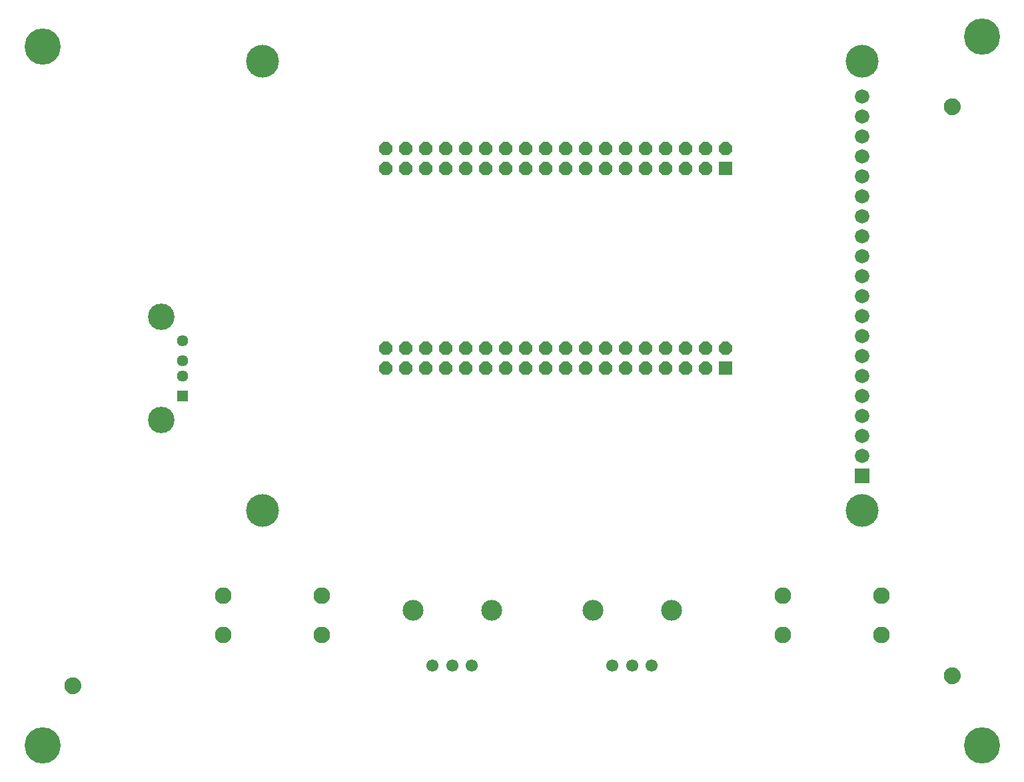
<source format=gbr>
G04 EAGLE Gerber RS-274X export*
G75*
%MOMM*%
%FSLAX34Y34*%
%LPD*%
%INSoldermask Bottom*%
%IPPOS*%
%AMOC8*
5,1,8,0,0,1.08239X$1,22.5*%
G01*
%ADD10R,1.676400X1.676400*%
%ADD11P,1.814519X8X202.500000*%
%ADD12R,1.828800X1.828800*%
%ADD13C,1.828800*%
%ADD14C,4.168400*%
%ADD15R,1.440400X1.440400*%
%ADD16C,1.440400*%
%ADD17C,3.372400*%
%ADD18C,4.597400*%
%ADD19C,0.609600*%
%ADD20C,1.168400*%
%ADD21C,1.552400*%
%ADD22C,2.652400*%
%ADD23C,2.112400*%


D10*
X906100Y517900D03*
D11*
X906100Y543300D03*
X880700Y517900D03*
X880700Y543300D03*
X855300Y517900D03*
X855300Y543300D03*
X829900Y517900D03*
X829900Y543300D03*
X804500Y517900D03*
X804500Y543300D03*
X779100Y517900D03*
X779100Y543300D03*
X753700Y517900D03*
X753700Y543300D03*
X728300Y517900D03*
X728300Y543300D03*
X702900Y517900D03*
X702900Y543300D03*
X677500Y517900D03*
X677500Y543300D03*
X652100Y517900D03*
X652100Y543300D03*
X626700Y517900D03*
X626700Y543300D03*
X601300Y517900D03*
X601300Y543300D03*
X575900Y517900D03*
X575900Y543300D03*
X550500Y517900D03*
X550500Y543300D03*
X525100Y517900D03*
X525100Y543300D03*
X499700Y517900D03*
X499700Y543300D03*
X474300Y517900D03*
X474300Y543300D03*
D10*
X906100Y771900D03*
D11*
X906100Y797300D03*
X880700Y771900D03*
X880700Y797300D03*
X855300Y771900D03*
X855300Y797300D03*
X829900Y771900D03*
X829900Y797300D03*
X804500Y771900D03*
X804500Y797300D03*
X779100Y771900D03*
X779100Y797300D03*
X753700Y771900D03*
X753700Y797300D03*
X728300Y771900D03*
X728300Y797300D03*
X702900Y771900D03*
X702900Y797300D03*
X677500Y771900D03*
X677500Y797300D03*
X652100Y771900D03*
X652100Y797300D03*
X626700Y771900D03*
X626700Y797300D03*
X601300Y771900D03*
X601300Y797300D03*
X575900Y771900D03*
X575900Y797300D03*
X550500Y771900D03*
X550500Y797300D03*
X525100Y771900D03*
X525100Y797300D03*
X499700Y771900D03*
X499700Y797300D03*
X474300Y771900D03*
X474300Y797300D03*
D12*
X1079500Y381000D03*
D13*
X1079500Y406400D03*
X1079500Y431800D03*
X1079500Y457200D03*
X1079500Y482600D03*
X1079500Y508000D03*
X1079500Y533400D03*
X1079500Y558800D03*
X1079500Y584200D03*
X1079500Y609600D03*
X1079500Y635000D03*
X1079500Y660400D03*
X1079500Y685800D03*
X1079500Y711200D03*
X1079500Y736600D03*
X1079500Y762000D03*
X1079500Y787400D03*
X1079500Y812800D03*
X1079500Y838200D03*
X1079500Y863600D03*
D14*
X1079500Y336550D03*
X1079500Y908050D03*
X317500Y336550D03*
X317500Y908050D03*
D15*
X215900Y482600D03*
D16*
X215900Y507600D03*
X215900Y527600D03*
X215900Y552600D03*
D17*
X188800Y451900D03*
X188800Y583300D03*
D18*
X38100Y927100D03*
X38100Y38100D03*
X1231900Y939800D03*
X1231900Y38100D03*
D19*
X1186180Y127000D02*
X1186182Y127187D01*
X1186189Y127374D01*
X1186201Y127561D01*
X1186217Y127747D01*
X1186237Y127933D01*
X1186262Y128118D01*
X1186292Y128303D01*
X1186326Y128487D01*
X1186365Y128670D01*
X1186408Y128852D01*
X1186456Y129032D01*
X1186508Y129212D01*
X1186565Y129390D01*
X1186625Y129567D01*
X1186691Y129742D01*
X1186760Y129916D01*
X1186834Y130088D01*
X1186912Y130258D01*
X1186994Y130426D01*
X1187080Y130592D01*
X1187170Y130756D01*
X1187264Y130917D01*
X1187362Y131077D01*
X1187464Y131233D01*
X1187570Y131388D01*
X1187680Y131539D01*
X1187793Y131688D01*
X1187910Y131834D01*
X1188030Y131977D01*
X1188154Y132117D01*
X1188281Y132254D01*
X1188412Y132388D01*
X1188546Y132519D01*
X1188683Y132646D01*
X1188823Y132770D01*
X1188966Y132890D01*
X1189112Y133007D01*
X1189261Y133120D01*
X1189412Y133230D01*
X1189567Y133336D01*
X1189723Y133438D01*
X1189883Y133536D01*
X1190044Y133630D01*
X1190208Y133720D01*
X1190374Y133806D01*
X1190542Y133888D01*
X1190712Y133966D01*
X1190884Y134040D01*
X1191058Y134109D01*
X1191233Y134175D01*
X1191410Y134235D01*
X1191588Y134292D01*
X1191768Y134344D01*
X1191948Y134392D01*
X1192130Y134435D01*
X1192313Y134474D01*
X1192497Y134508D01*
X1192682Y134538D01*
X1192867Y134563D01*
X1193053Y134583D01*
X1193239Y134599D01*
X1193426Y134611D01*
X1193613Y134618D01*
X1193800Y134620D01*
X1193987Y134618D01*
X1194174Y134611D01*
X1194361Y134599D01*
X1194547Y134583D01*
X1194733Y134563D01*
X1194918Y134538D01*
X1195103Y134508D01*
X1195287Y134474D01*
X1195470Y134435D01*
X1195652Y134392D01*
X1195832Y134344D01*
X1196012Y134292D01*
X1196190Y134235D01*
X1196367Y134175D01*
X1196542Y134109D01*
X1196716Y134040D01*
X1196888Y133966D01*
X1197058Y133888D01*
X1197226Y133806D01*
X1197392Y133720D01*
X1197556Y133630D01*
X1197717Y133536D01*
X1197877Y133438D01*
X1198033Y133336D01*
X1198188Y133230D01*
X1198339Y133120D01*
X1198488Y133007D01*
X1198634Y132890D01*
X1198777Y132770D01*
X1198917Y132646D01*
X1199054Y132519D01*
X1199188Y132388D01*
X1199319Y132254D01*
X1199446Y132117D01*
X1199570Y131977D01*
X1199690Y131834D01*
X1199807Y131688D01*
X1199920Y131539D01*
X1200030Y131388D01*
X1200136Y131233D01*
X1200238Y131077D01*
X1200336Y130917D01*
X1200430Y130756D01*
X1200520Y130592D01*
X1200606Y130426D01*
X1200688Y130258D01*
X1200766Y130088D01*
X1200840Y129916D01*
X1200909Y129742D01*
X1200975Y129567D01*
X1201035Y129390D01*
X1201092Y129212D01*
X1201144Y129032D01*
X1201192Y128852D01*
X1201235Y128670D01*
X1201274Y128487D01*
X1201308Y128303D01*
X1201338Y128118D01*
X1201363Y127933D01*
X1201383Y127747D01*
X1201399Y127561D01*
X1201411Y127374D01*
X1201418Y127187D01*
X1201420Y127000D01*
X1201418Y126813D01*
X1201411Y126626D01*
X1201399Y126439D01*
X1201383Y126253D01*
X1201363Y126067D01*
X1201338Y125882D01*
X1201308Y125697D01*
X1201274Y125513D01*
X1201235Y125330D01*
X1201192Y125148D01*
X1201144Y124968D01*
X1201092Y124788D01*
X1201035Y124610D01*
X1200975Y124433D01*
X1200909Y124258D01*
X1200840Y124084D01*
X1200766Y123912D01*
X1200688Y123742D01*
X1200606Y123574D01*
X1200520Y123408D01*
X1200430Y123244D01*
X1200336Y123083D01*
X1200238Y122923D01*
X1200136Y122767D01*
X1200030Y122612D01*
X1199920Y122461D01*
X1199807Y122312D01*
X1199690Y122166D01*
X1199570Y122023D01*
X1199446Y121883D01*
X1199319Y121746D01*
X1199188Y121612D01*
X1199054Y121481D01*
X1198917Y121354D01*
X1198777Y121230D01*
X1198634Y121110D01*
X1198488Y120993D01*
X1198339Y120880D01*
X1198188Y120770D01*
X1198033Y120664D01*
X1197877Y120562D01*
X1197717Y120464D01*
X1197556Y120370D01*
X1197392Y120280D01*
X1197226Y120194D01*
X1197058Y120112D01*
X1196888Y120034D01*
X1196716Y119960D01*
X1196542Y119891D01*
X1196367Y119825D01*
X1196190Y119765D01*
X1196012Y119708D01*
X1195832Y119656D01*
X1195652Y119608D01*
X1195470Y119565D01*
X1195287Y119526D01*
X1195103Y119492D01*
X1194918Y119462D01*
X1194733Y119437D01*
X1194547Y119417D01*
X1194361Y119401D01*
X1194174Y119389D01*
X1193987Y119382D01*
X1193800Y119380D01*
X1193613Y119382D01*
X1193426Y119389D01*
X1193239Y119401D01*
X1193053Y119417D01*
X1192867Y119437D01*
X1192682Y119462D01*
X1192497Y119492D01*
X1192313Y119526D01*
X1192130Y119565D01*
X1191948Y119608D01*
X1191768Y119656D01*
X1191588Y119708D01*
X1191410Y119765D01*
X1191233Y119825D01*
X1191058Y119891D01*
X1190884Y119960D01*
X1190712Y120034D01*
X1190542Y120112D01*
X1190374Y120194D01*
X1190208Y120280D01*
X1190044Y120370D01*
X1189883Y120464D01*
X1189723Y120562D01*
X1189567Y120664D01*
X1189412Y120770D01*
X1189261Y120880D01*
X1189112Y120993D01*
X1188966Y121110D01*
X1188823Y121230D01*
X1188683Y121354D01*
X1188546Y121481D01*
X1188412Y121612D01*
X1188281Y121746D01*
X1188154Y121883D01*
X1188030Y122023D01*
X1187910Y122166D01*
X1187793Y122312D01*
X1187680Y122461D01*
X1187570Y122612D01*
X1187464Y122767D01*
X1187362Y122923D01*
X1187264Y123083D01*
X1187170Y123244D01*
X1187080Y123408D01*
X1186994Y123574D01*
X1186912Y123742D01*
X1186834Y123912D01*
X1186760Y124084D01*
X1186691Y124258D01*
X1186625Y124433D01*
X1186565Y124610D01*
X1186508Y124788D01*
X1186456Y124968D01*
X1186408Y125148D01*
X1186365Y125330D01*
X1186326Y125513D01*
X1186292Y125697D01*
X1186262Y125882D01*
X1186237Y126067D01*
X1186217Y126253D01*
X1186201Y126439D01*
X1186189Y126626D01*
X1186182Y126813D01*
X1186180Y127000D01*
D20*
X1193800Y127000D03*
D21*
X762400Y139700D03*
X787400Y139700D03*
X812400Y139700D03*
D22*
X737400Y209700D03*
X837400Y209700D03*
D21*
X533800Y139700D03*
X558800Y139700D03*
X583800Y139700D03*
D22*
X508800Y209700D03*
X608800Y209700D03*
D23*
X1103900Y228200D03*
X1103900Y178200D03*
X978900Y178200D03*
X978900Y228200D03*
X392700Y228200D03*
X392700Y178200D03*
X267700Y178200D03*
X267700Y228200D03*
D19*
X1186180Y850900D02*
X1186182Y851087D01*
X1186189Y851274D01*
X1186201Y851461D01*
X1186217Y851647D01*
X1186237Y851833D01*
X1186262Y852018D01*
X1186292Y852203D01*
X1186326Y852387D01*
X1186365Y852570D01*
X1186408Y852752D01*
X1186456Y852932D01*
X1186508Y853112D01*
X1186565Y853290D01*
X1186625Y853467D01*
X1186691Y853642D01*
X1186760Y853816D01*
X1186834Y853988D01*
X1186912Y854158D01*
X1186994Y854326D01*
X1187080Y854492D01*
X1187170Y854656D01*
X1187264Y854817D01*
X1187362Y854977D01*
X1187464Y855133D01*
X1187570Y855288D01*
X1187680Y855439D01*
X1187793Y855588D01*
X1187910Y855734D01*
X1188030Y855877D01*
X1188154Y856017D01*
X1188281Y856154D01*
X1188412Y856288D01*
X1188546Y856419D01*
X1188683Y856546D01*
X1188823Y856670D01*
X1188966Y856790D01*
X1189112Y856907D01*
X1189261Y857020D01*
X1189412Y857130D01*
X1189567Y857236D01*
X1189723Y857338D01*
X1189883Y857436D01*
X1190044Y857530D01*
X1190208Y857620D01*
X1190374Y857706D01*
X1190542Y857788D01*
X1190712Y857866D01*
X1190884Y857940D01*
X1191058Y858009D01*
X1191233Y858075D01*
X1191410Y858135D01*
X1191588Y858192D01*
X1191768Y858244D01*
X1191948Y858292D01*
X1192130Y858335D01*
X1192313Y858374D01*
X1192497Y858408D01*
X1192682Y858438D01*
X1192867Y858463D01*
X1193053Y858483D01*
X1193239Y858499D01*
X1193426Y858511D01*
X1193613Y858518D01*
X1193800Y858520D01*
X1193987Y858518D01*
X1194174Y858511D01*
X1194361Y858499D01*
X1194547Y858483D01*
X1194733Y858463D01*
X1194918Y858438D01*
X1195103Y858408D01*
X1195287Y858374D01*
X1195470Y858335D01*
X1195652Y858292D01*
X1195832Y858244D01*
X1196012Y858192D01*
X1196190Y858135D01*
X1196367Y858075D01*
X1196542Y858009D01*
X1196716Y857940D01*
X1196888Y857866D01*
X1197058Y857788D01*
X1197226Y857706D01*
X1197392Y857620D01*
X1197556Y857530D01*
X1197717Y857436D01*
X1197877Y857338D01*
X1198033Y857236D01*
X1198188Y857130D01*
X1198339Y857020D01*
X1198488Y856907D01*
X1198634Y856790D01*
X1198777Y856670D01*
X1198917Y856546D01*
X1199054Y856419D01*
X1199188Y856288D01*
X1199319Y856154D01*
X1199446Y856017D01*
X1199570Y855877D01*
X1199690Y855734D01*
X1199807Y855588D01*
X1199920Y855439D01*
X1200030Y855288D01*
X1200136Y855133D01*
X1200238Y854977D01*
X1200336Y854817D01*
X1200430Y854656D01*
X1200520Y854492D01*
X1200606Y854326D01*
X1200688Y854158D01*
X1200766Y853988D01*
X1200840Y853816D01*
X1200909Y853642D01*
X1200975Y853467D01*
X1201035Y853290D01*
X1201092Y853112D01*
X1201144Y852932D01*
X1201192Y852752D01*
X1201235Y852570D01*
X1201274Y852387D01*
X1201308Y852203D01*
X1201338Y852018D01*
X1201363Y851833D01*
X1201383Y851647D01*
X1201399Y851461D01*
X1201411Y851274D01*
X1201418Y851087D01*
X1201420Y850900D01*
X1201418Y850713D01*
X1201411Y850526D01*
X1201399Y850339D01*
X1201383Y850153D01*
X1201363Y849967D01*
X1201338Y849782D01*
X1201308Y849597D01*
X1201274Y849413D01*
X1201235Y849230D01*
X1201192Y849048D01*
X1201144Y848868D01*
X1201092Y848688D01*
X1201035Y848510D01*
X1200975Y848333D01*
X1200909Y848158D01*
X1200840Y847984D01*
X1200766Y847812D01*
X1200688Y847642D01*
X1200606Y847474D01*
X1200520Y847308D01*
X1200430Y847144D01*
X1200336Y846983D01*
X1200238Y846823D01*
X1200136Y846667D01*
X1200030Y846512D01*
X1199920Y846361D01*
X1199807Y846212D01*
X1199690Y846066D01*
X1199570Y845923D01*
X1199446Y845783D01*
X1199319Y845646D01*
X1199188Y845512D01*
X1199054Y845381D01*
X1198917Y845254D01*
X1198777Y845130D01*
X1198634Y845010D01*
X1198488Y844893D01*
X1198339Y844780D01*
X1198188Y844670D01*
X1198033Y844564D01*
X1197877Y844462D01*
X1197717Y844364D01*
X1197556Y844270D01*
X1197392Y844180D01*
X1197226Y844094D01*
X1197058Y844012D01*
X1196888Y843934D01*
X1196716Y843860D01*
X1196542Y843791D01*
X1196367Y843725D01*
X1196190Y843665D01*
X1196012Y843608D01*
X1195832Y843556D01*
X1195652Y843508D01*
X1195470Y843465D01*
X1195287Y843426D01*
X1195103Y843392D01*
X1194918Y843362D01*
X1194733Y843337D01*
X1194547Y843317D01*
X1194361Y843301D01*
X1194174Y843289D01*
X1193987Y843282D01*
X1193800Y843280D01*
X1193613Y843282D01*
X1193426Y843289D01*
X1193239Y843301D01*
X1193053Y843317D01*
X1192867Y843337D01*
X1192682Y843362D01*
X1192497Y843392D01*
X1192313Y843426D01*
X1192130Y843465D01*
X1191948Y843508D01*
X1191768Y843556D01*
X1191588Y843608D01*
X1191410Y843665D01*
X1191233Y843725D01*
X1191058Y843791D01*
X1190884Y843860D01*
X1190712Y843934D01*
X1190542Y844012D01*
X1190374Y844094D01*
X1190208Y844180D01*
X1190044Y844270D01*
X1189883Y844364D01*
X1189723Y844462D01*
X1189567Y844564D01*
X1189412Y844670D01*
X1189261Y844780D01*
X1189112Y844893D01*
X1188966Y845010D01*
X1188823Y845130D01*
X1188683Y845254D01*
X1188546Y845381D01*
X1188412Y845512D01*
X1188281Y845646D01*
X1188154Y845783D01*
X1188030Y845923D01*
X1187910Y846066D01*
X1187793Y846212D01*
X1187680Y846361D01*
X1187570Y846512D01*
X1187464Y846667D01*
X1187362Y846823D01*
X1187264Y846983D01*
X1187170Y847144D01*
X1187080Y847308D01*
X1186994Y847474D01*
X1186912Y847642D01*
X1186834Y847812D01*
X1186760Y847984D01*
X1186691Y848158D01*
X1186625Y848333D01*
X1186565Y848510D01*
X1186508Y848688D01*
X1186456Y848868D01*
X1186408Y849048D01*
X1186365Y849230D01*
X1186326Y849413D01*
X1186292Y849597D01*
X1186262Y849782D01*
X1186237Y849967D01*
X1186217Y850153D01*
X1186201Y850339D01*
X1186189Y850526D01*
X1186182Y850713D01*
X1186180Y850900D01*
D20*
X1193800Y850900D03*
D19*
X68580Y114300D02*
X68582Y114487D01*
X68589Y114674D01*
X68601Y114861D01*
X68617Y115047D01*
X68637Y115233D01*
X68662Y115418D01*
X68692Y115603D01*
X68726Y115787D01*
X68765Y115970D01*
X68808Y116152D01*
X68856Y116332D01*
X68908Y116512D01*
X68965Y116690D01*
X69025Y116867D01*
X69091Y117042D01*
X69160Y117216D01*
X69234Y117388D01*
X69312Y117558D01*
X69394Y117726D01*
X69480Y117892D01*
X69570Y118056D01*
X69664Y118217D01*
X69762Y118377D01*
X69864Y118533D01*
X69970Y118688D01*
X70080Y118839D01*
X70193Y118988D01*
X70310Y119134D01*
X70430Y119277D01*
X70554Y119417D01*
X70681Y119554D01*
X70812Y119688D01*
X70946Y119819D01*
X71083Y119946D01*
X71223Y120070D01*
X71366Y120190D01*
X71512Y120307D01*
X71661Y120420D01*
X71812Y120530D01*
X71967Y120636D01*
X72123Y120738D01*
X72283Y120836D01*
X72444Y120930D01*
X72608Y121020D01*
X72774Y121106D01*
X72942Y121188D01*
X73112Y121266D01*
X73284Y121340D01*
X73458Y121409D01*
X73633Y121475D01*
X73810Y121535D01*
X73988Y121592D01*
X74168Y121644D01*
X74348Y121692D01*
X74530Y121735D01*
X74713Y121774D01*
X74897Y121808D01*
X75082Y121838D01*
X75267Y121863D01*
X75453Y121883D01*
X75639Y121899D01*
X75826Y121911D01*
X76013Y121918D01*
X76200Y121920D01*
X76387Y121918D01*
X76574Y121911D01*
X76761Y121899D01*
X76947Y121883D01*
X77133Y121863D01*
X77318Y121838D01*
X77503Y121808D01*
X77687Y121774D01*
X77870Y121735D01*
X78052Y121692D01*
X78232Y121644D01*
X78412Y121592D01*
X78590Y121535D01*
X78767Y121475D01*
X78942Y121409D01*
X79116Y121340D01*
X79288Y121266D01*
X79458Y121188D01*
X79626Y121106D01*
X79792Y121020D01*
X79956Y120930D01*
X80117Y120836D01*
X80277Y120738D01*
X80433Y120636D01*
X80588Y120530D01*
X80739Y120420D01*
X80888Y120307D01*
X81034Y120190D01*
X81177Y120070D01*
X81317Y119946D01*
X81454Y119819D01*
X81588Y119688D01*
X81719Y119554D01*
X81846Y119417D01*
X81970Y119277D01*
X82090Y119134D01*
X82207Y118988D01*
X82320Y118839D01*
X82430Y118688D01*
X82536Y118533D01*
X82638Y118377D01*
X82736Y118217D01*
X82830Y118056D01*
X82920Y117892D01*
X83006Y117726D01*
X83088Y117558D01*
X83166Y117388D01*
X83240Y117216D01*
X83309Y117042D01*
X83375Y116867D01*
X83435Y116690D01*
X83492Y116512D01*
X83544Y116332D01*
X83592Y116152D01*
X83635Y115970D01*
X83674Y115787D01*
X83708Y115603D01*
X83738Y115418D01*
X83763Y115233D01*
X83783Y115047D01*
X83799Y114861D01*
X83811Y114674D01*
X83818Y114487D01*
X83820Y114300D01*
X83818Y114113D01*
X83811Y113926D01*
X83799Y113739D01*
X83783Y113553D01*
X83763Y113367D01*
X83738Y113182D01*
X83708Y112997D01*
X83674Y112813D01*
X83635Y112630D01*
X83592Y112448D01*
X83544Y112268D01*
X83492Y112088D01*
X83435Y111910D01*
X83375Y111733D01*
X83309Y111558D01*
X83240Y111384D01*
X83166Y111212D01*
X83088Y111042D01*
X83006Y110874D01*
X82920Y110708D01*
X82830Y110544D01*
X82736Y110383D01*
X82638Y110223D01*
X82536Y110067D01*
X82430Y109912D01*
X82320Y109761D01*
X82207Y109612D01*
X82090Y109466D01*
X81970Y109323D01*
X81846Y109183D01*
X81719Y109046D01*
X81588Y108912D01*
X81454Y108781D01*
X81317Y108654D01*
X81177Y108530D01*
X81034Y108410D01*
X80888Y108293D01*
X80739Y108180D01*
X80588Y108070D01*
X80433Y107964D01*
X80277Y107862D01*
X80117Y107764D01*
X79956Y107670D01*
X79792Y107580D01*
X79626Y107494D01*
X79458Y107412D01*
X79288Y107334D01*
X79116Y107260D01*
X78942Y107191D01*
X78767Y107125D01*
X78590Y107065D01*
X78412Y107008D01*
X78232Y106956D01*
X78052Y106908D01*
X77870Y106865D01*
X77687Y106826D01*
X77503Y106792D01*
X77318Y106762D01*
X77133Y106737D01*
X76947Y106717D01*
X76761Y106701D01*
X76574Y106689D01*
X76387Y106682D01*
X76200Y106680D01*
X76013Y106682D01*
X75826Y106689D01*
X75639Y106701D01*
X75453Y106717D01*
X75267Y106737D01*
X75082Y106762D01*
X74897Y106792D01*
X74713Y106826D01*
X74530Y106865D01*
X74348Y106908D01*
X74168Y106956D01*
X73988Y107008D01*
X73810Y107065D01*
X73633Y107125D01*
X73458Y107191D01*
X73284Y107260D01*
X73112Y107334D01*
X72942Y107412D01*
X72774Y107494D01*
X72608Y107580D01*
X72444Y107670D01*
X72283Y107764D01*
X72123Y107862D01*
X71967Y107964D01*
X71812Y108070D01*
X71661Y108180D01*
X71512Y108293D01*
X71366Y108410D01*
X71223Y108530D01*
X71083Y108654D01*
X70946Y108781D01*
X70812Y108912D01*
X70681Y109046D01*
X70554Y109183D01*
X70430Y109323D01*
X70310Y109466D01*
X70193Y109612D01*
X70080Y109761D01*
X69970Y109912D01*
X69864Y110067D01*
X69762Y110223D01*
X69664Y110383D01*
X69570Y110544D01*
X69480Y110708D01*
X69394Y110874D01*
X69312Y111042D01*
X69234Y111212D01*
X69160Y111384D01*
X69091Y111558D01*
X69025Y111733D01*
X68965Y111910D01*
X68908Y112088D01*
X68856Y112268D01*
X68808Y112448D01*
X68765Y112630D01*
X68726Y112813D01*
X68692Y112997D01*
X68662Y113182D01*
X68637Y113367D01*
X68617Y113553D01*
X68601Y113739D01*
X68589Y113926D01*
X68582Y114113D01*
X68580Y114300D01*
D20*
X76200Y114300D03*
M02*

</source>
